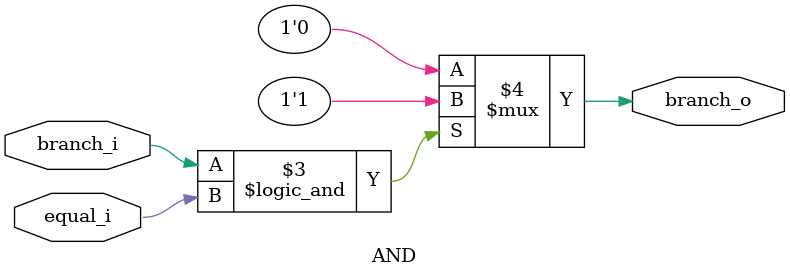
<source format=v>
module AND
(
    branch_i,
    equal_i,
    branch_o
);

input   branch_i, equal_i;
output  branch_o;

assign branch_o = (branch_i == 1'b1 && equal_i == 1'b1)? 1'b1 : 1'b0;

endmodule

</source>
